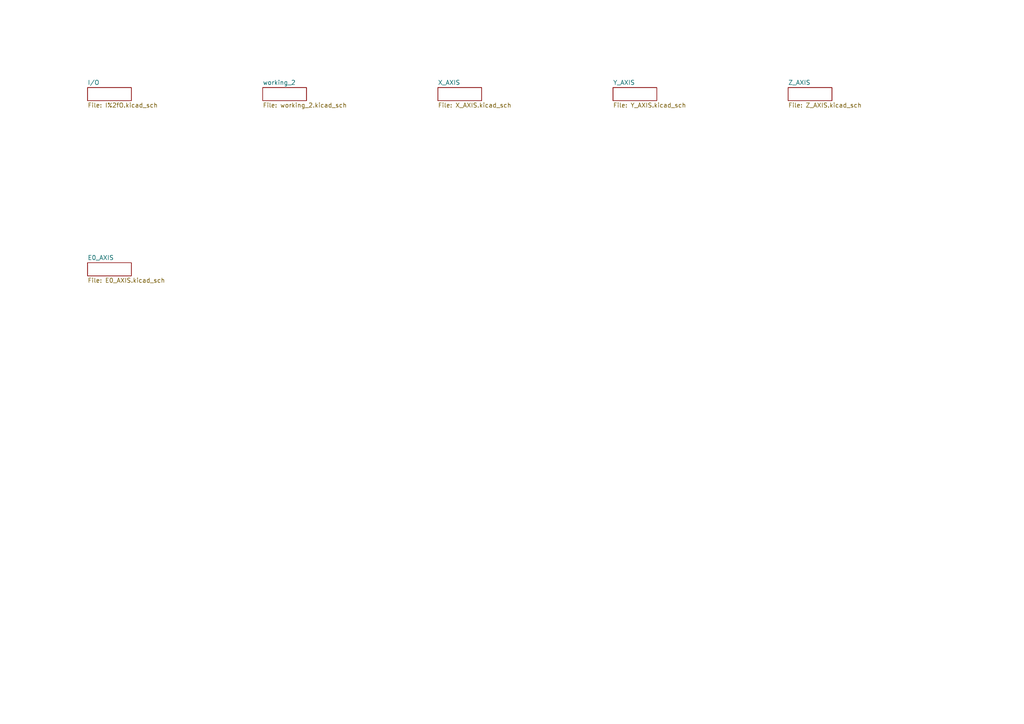
<source format=kicad_sch>
(kicad_sch (version 20230121) (generator eeschema)
  (paper "A4")
  (lib_symbols)
  (sheet (at 177.8 25.4) (size 12.7 3.81)
    (property "Sheetname" "Y_AXIS" (at 177.8 24.6884 0) (effects (justify left bottom)))
    (property "Sheetfile" "Y_AXIS.kicad_sch" (at 177.8 29.7946 0) (effects (justify left top)))
  )
  (sheet (at 76.2 25.4) (size 12.7 3.81)
    (property "Sheetname" "working_2" (at 76.2 24.6884 0) (effects (justify left bottom)))
    (property "Sheetfile" "working_2.kicad_sch" (at 76.2 29.7946 0) (effects (justify left top)))
  )
  (sheet (at 228.6 25.4) (size 12.7 3.81)
    (property "Sheetname" "Z_AXIS" (at 228.6 24.6884 0) (effects (justify left bottom)))
    (property "Sheetfile" "Z_AXIS.kicad_sch" (at 228.6 29.7946 0) (effects (justify left top)))
  )
  (sheet (at 25.4 76.2) (size 12.7 3.81)
    (property "Sheetname" "E0_AXIS" (at 25.4 75.4884 0) (effects (justify left bottom)))
    (property "Sheetfile" "E0_AXIS.kicad_sch" (at 25.4 80.5946 0) (effects (justify left top)))
  )
  (sheet (at 25.4 25.4) (size 12.7 3.81)
    (property "Sheetname" "I/O" (at 25.4 24.6884 0) (effects (justify left bottom)))
    (property "Sheetfile" "I%2fO.kicad_sch" (at 25.4 29.7946 0) (effects (justify left top)))
  )
  (sheet (at 127 25.4) (size 12.7 3.81)
    (property "Sheetname" "X_AXIS" (at 127 24.6884 0) (effects (justify left bottom)))
    (property "Sheetfile" "X_AXIS.kicad_sch" (at 127 29.7946 0) (effects (justify left top)))
  )
)
</source>
